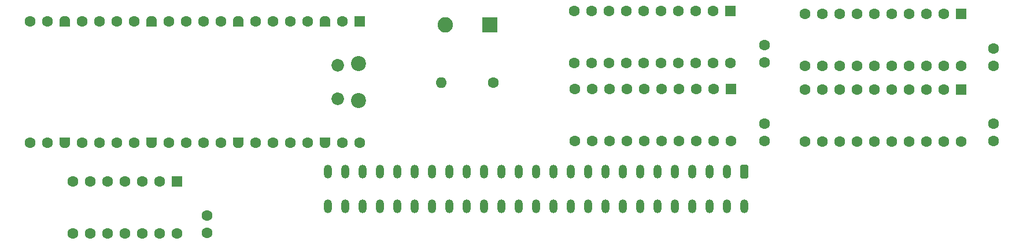
<source format=gbr>
%TF.GenerationSoftware,KiCad,Pcbnew,9.0.1*%
%TF.CreationDate,2025-08-04T14:53:59+03:00*%
%TF.ProjectId,SVI-3x8-PicoExpander,5356492d-3378-4382-9d50-69636f457870,1.1*%
%TF.SameCoordinates,Original*%
%TF.FileFunction,Soldermask,Bot*%
%TF.FilePolarity,Negative*%
%FSLAX46Y46*%
G04 Gerber Fmt 4.6, Leading zero omitted, Abs format (unit mm)*
G04 Created by KiCad (PCBNEW 9.0.1) date 2025-08-04 14:53:59*
%MOMM*%
%LPD*%
G01*
G04 APERTURE LIST*
G04 Aperture macros list*
%AMRoundRect*
0 Rectangle with rounded corners*
0 $1 Rounding radius*
0 $2 $3 $4 $5 $6 $7 $8 $9 X,Y pos of 4 corners*
0 Add a 4 corners polygon primitive as box body*
4,1,4,$2,$3,$4,$5,$6,$7,$8,$9,$2,$3,0*
0 Add four circle primitives for the rounded corners*
1,1,$1+$1,$2,$3*
1,1,$1+$1,$4,$5*
1,1,$1+$1,$6,$7*
1,1,$1+$1,$8,$9*
0 Add four rect primitives between the rounded corners*
20,1,$1+$1,$2,$3,$4,$5,0*
20,1,$1+$1,$4,$5,$6,$7,0*
20,1,$1+$1,$6,$7,$8,$9,0*
20,1,$1+$1,$8,$9,$2,$3,0*%
%AMFreePoly0*
4,1,37,0.603843,0.796157,0.639018,0.796157,0.711114,0.766294,0.766294,0.711114,0.796157,0.639018,0.796157,0.603843,0.800000,0.600000,0.800000,-0.600000,0.796157,-0.603843,0.796157,-0.639018,0.766294,-0.711114,0.711114,-0.766294,0.639018,-0.796157,0.603843,-0.796157,0.600000,-0.800000,0.000000,-0.800000,0.000000,-0.796148,-0.078414,-0.796148,-0.232228,-0.765552,-0.377117,-0.705537,
-0.507515,-0.618408,-0.618408,-0.507515,-0.705537,-0.377117,-0.765552,-0.232228,-0.796148,-0.078414,-0.796148,0.078414,-0.765552,0.232228,-0.705537,0.377117,-0.618408,0.507515,-0.507515,0.618408,-0.377117,0.705537,-0.232228,0.765552,-0.078414,0.796148,0.000000,0.796148,0.000000,0.800000,0.600000,0.800000,0.603843,0.796157,0.603843,0.796157,$1*%
%AMFreePoly1*
4,1,37,0.000000,0.796148,0.078414,0.796148,0.232228,0.765552,0.377117,0.705537,0.507515,0.618408,0.618408,0.507515,0.705537,0.377117,0.765552,0.232228,0.796148,0.078414,0.796148,-0.078414,0.765552,-0.232228,0.705537,-0.377117,0.618408,-0.507515,0.507515,-0.618408,0.377117,-0.705537,0.232228,-0.765552,0.078414,-0.796148,0.000000,-0.796148,0.000000,-0.800000,-0.600000,-0.800000,
-0.603843,-0.796157,-0.639018,-0.796157,-0.711114,-0.766294,-0.766294,-0.711114,-0.796157,-0.639018,-0.796157,-0.603843,-0.800000,-0.600000,-0.800000,0.600000,-0.796157,0.603843,-0.796157,0.639018,-0.766294,0.711114,-0.711114,0.766294,-0.639018,0.796157,-0.603843,0.796157,-0.600000,0.800000,0.000000,0.800000,0.000000,0.796148,0.000000,0.796148,$1*%
G04 Aperture macros list end*
%ADD10R,2.250000X2.250000*%
%ADD11C,2.250000*%
%ADD12C,1.600000*%
%ADD13O,1.600000X1.600000*%
%ADD14RoundRect,0.250000X-0.550000X0.550000X-0.550000X-0.550000X0.550000X-0.550000X0.550000X0.550000X0*%
%ADD15C,2.200000*%
%ADD16C,1.850000*%
%ADD17RoundRect,0.200000X-0.600000X0.600000X-0.600000X-0.600000X0.600000X-0.600000X0.600000X0.600000X0*%
%ADD18FreePoly0,270.000000*%
%ADD19FreePoly1,270.000000*%
%ADD20RoundRect,0.250000X0.350000X0.750000X-0.350000X0.750000X-0.350000X-0.750000X0.350000X-0.750000X0*%
%ADD21O,1.200000X2.000000*%
G04 APERTURE END LIST*
D10*
%TO.C,SW1*%
X143750000Y-103500000D03*
D11*
X137250000Y-103500000D03*
%TD*%
D12*
%TO.C,R1*%
X144310000Y-112000000D03*
D13*
X136690000Y-112000000D03*
%TD*%
D14*
%TO.C,U2*%
X179120000Y-112880000D03*
D12*
X176580000Y-112880000D03*
X174040000Y-112880000D03*
X171500000Y-112880000D03*
X168960000Y-112880000D03*
X166420000Y-112880000D03*
X163880000Y-112880000D03*
X161340000Y-112880000D03*
X158800000Y-112880000D03*
X156260000Y-112880000D03*
X156260000Y-120500000D03*
X158800000Y-120500000D03*
X161340000Y-120500000D03*
X163880000Y-120500000D03*
X166420000Y-120500000D03*
X168960000Y-120500000D03*
X171500000Y-120500000D03*
X174040000Y-120500000D03*
X176580000Y-120500000D03*
X179120000Y-120500000D03*
%TD*%
%TO.C,C4*%
X102420000Y-134000000D03*
X102420000Y-131500000D03*
%TD*%
D14*
%TO.C,U4*%
X179000000Y-101500000D03*
D12*
X176460000Y-101500000D03*
X173920000Y-101500000D03*
X171380000Y-101500000D03*
X168840000Y-101500000D03*
X166300000Y-101500000D03*
X163760000Y-101500000D03*
X161220000Y-101500000D03*
X158680000Y-101500000D03*
X156140000Y-101500000D03*
X156140000Y-109120000D03*
X158680000Y-109120000D03*
X161220000Y-109120000D03*
X163760000Y-109120000D03*
X166300000Y-109120000D03*
X168840000Y-109120000D03*
X171380000Y-109120000D03*
X173920000Y-109120000D03*
X176460000Y-109120000D03*
X179000000Y-109120000D03*
%TD*%
D14*
%TO.C,U3*%
X98000000Y-126500000D03*
D12*
X95460000Y-126500000D03*
X92920000Y-126500000D03*
X90380000Y-126500000D03*
X87840000Y-126500000D03*
X85300000Y-126500000D03*
X82760000Y-126500000D03*
X82760000Y-134120000D03*
X85300000Y-134120000D03*
X87840000Y-134120000D03*
X90380000Y-134120000D03*
X92920000Y-134120000D03*
X95460000Y-134120000D03*
X98000000Y-134120000D03*
%TD*%
%TO.C,C2*%
X184000000Y-120500000D03*
X184000000Y-118000000D03*
%TD*%
D14*
%TO.C,U1*%
X212820000Y-101880000D03*
D12*
X210280000Y-101880000D03*
X207740000Y-101880000D03*
X205200000Y-101880000D03*
X202660000Y-101880000D03*
X200120000Y-101880000D03*
X197580000Y-101880000D03*
X195040000Y-101880000D03*
X192500000Y-101880000D03*
X189960000Y-101880000D03*
X189960000Y-109500000D03*
X192500000Y-109500000D03*
X195040000Y-109500000D03*
X197580000Y-109500000D03*
X200120000Y-109500000D03*
X202660000Y-109500000D03*
X205200000Y-109500000D03*
X207740000Y-109500000D03*
X210280000Y-109500000D03*
X212820000Y-109500000D03*
%TD*%
%TO.C,C3*%
X184000000Y-109000000D03*
X184000000Y-106500000D03*
%TD*%
%TO.C,C5*%
X217500000Y-120500000D03*
X217500000Y-118000000D03*
%TD*%
D14*
%TO.C,U5*%
X212820000Y-113000000D03*
D12*
X210280000Y-113000000D03*
X207740000Y-113000000D03*
X205200000Y-113000000D03*
X202660000Y-113000000D03*
X200120000Y-113000000D03*
X197580000Y-113000000D03*
X195040000Y-113000000D03*
X192500000Y-113000000D03*
X189960000Y-113000000D03*
X189960000Y-120620000D03*
X192500000Y-120620000D03*
X195040000Y-120620000D03*
X197580000Y-120620000D03*
X200120000Y-120620000D03*
X202660000Y-120620000D03*
X205200000Y-120620000D03*
X207740000Y-120620000D03*
X210280000Y-120620000D03*
X212820000Y-120620000D03*
%TD*%
D15*
%TO.C,A1*%
X124570000Y-109165000D03*
D16*
X121540000Y-109465000D03*
X121540000Y-114315000D03*
D15*
X124570000Y-114615000D03*
D17*
X124700000Y-103000000D03*
D12*
X122160000Y-103000000D03*
D18*
X119620000Y-103000000D03*
D12*
X117080000Y-103000000D03*
X114540000Y-103000000D03*
X112000000Y-103000000D03*
X109460000Y-103000000D03*
D18*
X106920000Y-103000000D03*
D12*
X104380000Y-103000000D03*
X101840000Y-103000000D03*
X99300000Y-103000000D03*
X96760000Y-103000000D03*
D18*
X94220000Y-103000000D03*
D12*
X91680000Y-103000000D03*
X89140000Y-103000000D03*
X86600000Y-103000000D03*
X84060000Y-103000000D03*
D18*
X81520000Y-103000000D03*
D12*
X78980000Y-103000000D03*
X76440000Y-103000000D03*
X76440000Y-120780000D03*
X78980000Y-120780000D03*
D19*
X81520000Y-120780000D03*
D12*
X84060000Y-120780000D03*
X86600000Y-120780000D03*
X89140000Y-120780000D03*
X91680000Y-120780000D03*
D19*
X94220000Y-120780000D03*
D12*
X96760000Y-120780000D03*
X99300000Y-120780000D03*
X101840000Y-120780000D03*
X104380000Y-120780000D03*
D19*
X106920000Y-120780000D03*
D12*
X109460000Y-120780000D03*
X112000000Y-120780000D03*
X114540000Y-120780000D03*
X117080000Y-120780000D03*
D19*
X119620000Y-120780000D03*
D12*
X122160000Y-120780000D03*
X124700000Y-120780000D03*
%TD*%
%TO.C,C1*%
X217500000Y-109500000D03*
X217500000Y-107000000D03*
%TD*%
D20*
%TO.C,J1*%
X181040000Y-125000000D03*
D21*
X181040000Y-130080000D03*
X178500000Y-125000000D03*
X178500000Y-130080000D03*
X175960000Y-125000000D03*
X175960000Y-130080000D03*
X173420000Y-125000000D03*
X173420000Y-130080000D03*
X170880000Y-125000000D03*
X170880000Y-130080000D03*
X168340000Y-125000000D03*
X168340000Y-130080000D03*
X165800000Y-125000000D03*
X165800000Y-130080000D03*
X163260000Y-125000000D03*
X163260000Y-130080000D03*
X160720000Y-125000000D03*
X160720000Y-130080000D03*
X158180000Y-125000000D03*
X158180000Y-130080000D03*
X155640000Y-125000000D03*
X155640000Y-130080000D03*
X153100000Y-125000000D03*
X153100000Y-130080000D03*
X150560000Y-125000000D03*
X150560000Y-130080000D03*
X148020000Y-125000000D03*
X148020000Y-130080000D03*
X145480000Y-125000000D03*
X145480000Y-130080000D03*
X142940000Y-125000000D03*
X142940000Y-130080000D03*
X140400000Y-125000000D03*
X140400000Y-130080000D03*
X137860000Y-125000000D03*
X137860000Y-130080000D03*
X135320000Y-125000000D03*
X135320000Y-130080000D03*
X132780000Y-125000000D03*
X132780000Y-130080000D03*
X130240000Y-125000000D03*
X130240000Y-130080000D03*
X127700000Y-125000000D03*
X127700000Y-130080000D03*
X125160000Y-125000000D03*
X125160000Y-130080000D03*
X122620000Y-125000000D03*
X122620000Y-130080000D03*
X120080000Y-125000000D03*
X120080000Y-130080000D03*
%TD*%
M02*

</source>
